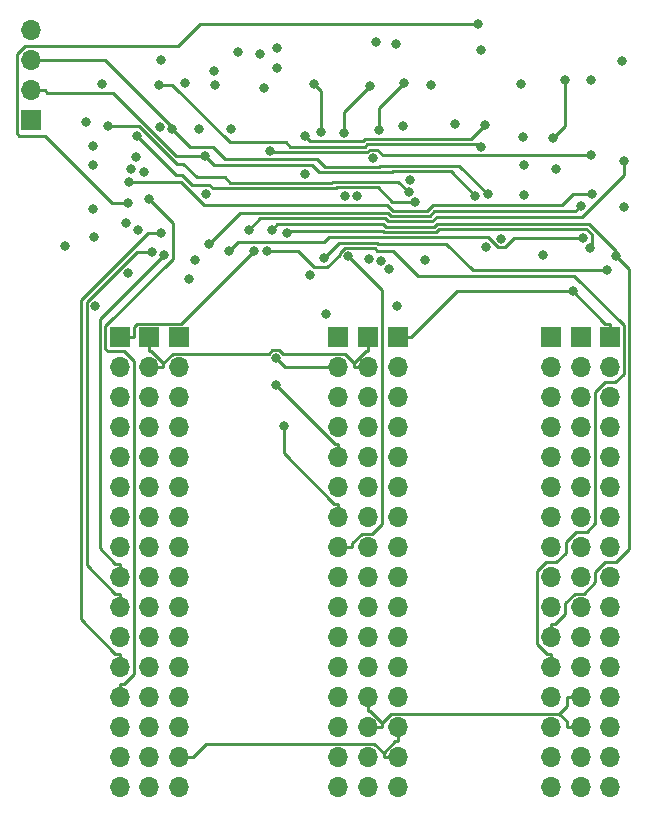
<source format=gbr>
%TF.GenerationSoftware,KiCad,Pcbnew,(6.0.2)*%
%TF.CreationDate,2023-10-23T02:54:13-04:00*%
%TF.ProjectId,USB_Splitter,5553425f-5370-46c6-9974-7465722e6b69,rev?*%
%TF.SameCoordinates,Original*%
%TF.FileFunction,Copper,L2,Inr*%
%TF.FilePolarity,Positive*%
%FSLAX46Y46*%
G04 Gerber Fmt 4.6, Leading zero omitted, Abs format (unit mm)*
G04 Created by KiCad (PCBNEW (6.0.2)) date 2023-10-23 02:54:13*
%MOMM*%
%LPD*%
G01*
G04 APERTURE LIST*
%TA.AperFunction,ComponentPad*%
%ADD10R,1.700000X1.700000*%
%TD*%
%TA.AperFunction,ComponentPad*%
%ADD11O,1.700000X1.700000*%
%TD*%
%TA.AperFunction,ViaPad*%
%ADD12C,0.800000*%
%TD*%
%TA.AperFunction,Conductor*%
%ADD13C,0.250000*%
%TD*%
G04 APERTURE END LIST*
D10*
%TO.N,PWM16*%
%TO.C,J3*%
X192025000Y-86500000D03*
D11*
%TO.N,PWM17*%
X192025000Y-89040000D03*
%TO.N,PWM18*%
X192025000Y-91580000D03*
%TO.N,PWM19*%
X192025000Y-94120000D03*
%TO.N,PWM20*%
X192025000Y-96660000D03*
%TO.N,PWM21*%
X192025000Y-99200000D03*
%TO.N,PWM22*%
X192025000Y-101740000D03*
%TO.N,PWM23*%
X192025000Y-104280000D03*
%TO.N,PWM24*%
X192025000Y-106820000D03*
%TO.N,PWM25*%
X192025000Y-109360000D03*
%TO.N,PWM26*%
X192025000Y-111900000D03*
%TO.N,PWM27*%
X192025000Y-114440000D03*
%TO.N,PWM28*%
X192025000Y-116980000D03*
%TO.N,PWM29*%
X192025000Y-119520000D03*
%TO.N,PWM30*%
X192025000Y-122060000D03*
%TO.N,PWM31*%
X192025000Y-124600000D03*
%TD*%
D10*
%TO.N,GND*%
%TO.C,J10*%
X215025000Y-86500000D03*
D11*
X215025000Y-89040000D03*
X215025000Y-91580000D03*
X215025000Y-94120000D03*
X215025000Y-96660000D03*
X215025000Y-99200000D03*
X215025000Y-101740000D03*
X215025000Y-104280000D03*
X215025000Y-106820000D03*
X215025000Y-109360000D03*
X215025000Y-111900000D03*
X215025000Y-114440000D03*
X215025000Y-116980000D03*
X215025000Y-119520000D03*
X215025000Y-122060000D03*
X215025000Y-124600000D03*
%TD*%
D10*
%TO.N,VCC*%
%TO.C,J9*%
X212525000Y-86500000D03*
D11*
X212525000Y-89040000D03*
X212525000Y-91580000D03*
X212525000Y-94120000D03*
X212525000Y-96660000D03*
X212525000Y-99200000D03*
X212525000Y-101740000D03*
X212525000Y-104280000D03*
X212525000Y-106820000D03*
X212525000Y-109360000D03*
X212525000Y-111900000D03*
X212525000Y-114440000D03*
X212525000Y-116980000D03*
X212525000Y-119520000D03*
X212525000Y-122060000D03*
X212525000Y-124600000D03*
%TD*%
D10*
%TO.N,VCC*%
%TO.C,J4*%
X194525000Y-86500000D03*
D11*
X194525000Y-89040000D03*
X194525000Y-91580000D03*
X194525000Y-94120000D03*
X194525000Y-96660000D03*
X194525000Y-99200000D03*
X194525000Y-101740000D03*
X194525000Y-104280000D03*
X194525000Y-106820000D03*
X194525000Y-109360000D03*
X194525000Y-111900000D03*
X194525000Y-114440000D03*
X194525000Y-116980000D03*
X194525000Y-119520000D03*
X194525000Y-122060000D03*
X194525000Y-124600000D03*
%TD*%
D10*
%TO.N,GND*%
%TO.C,J6*%
X178500000Y-86500000D03*
D11*
X178500000Y-89040000D03*
X178500000Y-91580000D03*
X178500000Y-94120000D03*
X178500000Y-96660000D03*
X178500000Y-99200000D03*
X178500000Y-101740000D03*
X178500000Y-104280000D03*
X178500000Y-106820000D03*
X178500000Y-109360000D03*
X178500000Y-111900000D03*
X178500000Y-114440000D03*
X178500000Y-116980000D03*
X178500000Y-119520000D03*
X178500000Y-122060000D03*
X178500000Y-124600000D03*
%TD*%
D10*
%TO.N,VCC*%
%TO.C,J5*%
X176000000Y-86500000D03*
D11*
X176000000Y-89040000D03*
X176000000Y-91580000D03*
X176000000Y-94120000D03*
X176000000Y-96660000D03*
X176000000Y-99200000D03*
X176000000Y-101740000D03*
X176000000Y-104280000D03*
X176000000Y-106820000D03*
X176000000Y-109360000D03*
X176000000Y-111900000D03*
X176000000Y-114440000D03*
X176000000Y-116980000D03*
X176000000Y-119520000D03*
X176000000Y-122060000D03*
X176000000Y-124600000D03*
%TD*%
D10*
%TO.N,GND*%
%TO.C,J1*%
X165975000Y-68120000D03*
D11*
%TO.N,SDA*%
X165975000Y-65580000D03*
%TO.N,SCL*%
X165975000Y-63040000D03*
%TO.N,VCC*%
X165975000Y-60500000D03*
%TD*%
D10*
%TO.N,GND*%
%TO.C,J7*%
X197025000Y-86500000D03*
D11*
X197025000Y-89040000D03*
X197025000Y-91580000D03*
X197025000Y-94120000D03*
X197025000Y-96660000D03*
X197025000Y-99200000D03*
X197025000Y-101740000D03*
X197025000Y-104280000D03*
X197025000Y-106820000D03*
X197025000Y-109360000D03*
X197025000Y-111900000D03*
X197025000Y-114440000D03*
X197025000Y-116980000D03*
X197025000Y-119520000D03*
X197025000Y-122060000D03*
X197025000Y-124600000D03*
%TD*%
D10*
%TO.N,PWM32*%
%TO.C,J8*%
X210025000Y-86500000D03*
D11*
%TO.N,PWM33*%
X210025000Y-89040000D03*
%TO.N,PWM34*%
X210025000Y-91580000D03*
%TO.N,PWM35*%
X210025000Y-94120000D03*
%TO.N,PWM36*%
X210025000Y-96660000D03*
%TO.N,PWM37*%
X210025000Y-99200000D03*
%TO.N,PWM38*%
X210025000Y-101740000D03*
%TO.N,PWM39*%
X210025000Y-104280000D03*
%TO.N,PWM40*%
X210025000Y-106820000D03*
%TO.N,PWM41*%
X210025000Y-109360000D03*
%TO.N,PWM42*%
X210025000Y-111900000D03*
%TO.N,PWM43*%
X210025000Y-114440000D03*
%TO.N,PWM44*%
X210025000Y-116980000D03*
%TO.N,PWM45*%
X210025000Y-119520000D03*
%TO.N,PWM46*%
X210025000Y-122060000D03*
%TO.N,PWM47*%
X210025000Y-124600000D03*
%TD*%
D10*
%TO.N,PWM0*%
%TO.C,J2*%
X173500000Y-86500000D03*
D11*
%TO.N,PWM1*%
X173500000Y-89040000D03*
%TO.N,PWM2*%
X173500000Y-91580000D03*
%TO.N,PWM3*%
X173500000Y-94120000D03*
%TO.N,PWM4*%
X173500000Y-96660000D03*
%TO.N,PWM5*%
X173500000Y-99200000D03*
%TO.N,PWM6*%
X173500000Y-101740000D03*
%TO.N,PWM7*%
X173500000Y-104280000D03*
%TO.N,PWM8*%
X173500000Y-106820000D03*
%TO.N,PWM9*%
X173500000Y-109360000D03*
%TO.N,PWM10*%
X173500000Y-111900000D03*
%TO.N,PWM11*%
X173500000Y-114440000D03*
%TO.N,PWM12*%
X173500000Y-116980000D03*
%TO.N,PWM13*%
X173500000Y-119520000D03*
%TO.N,PWM14*%
X173500000Y-122060000D03*
%TO.N,PWM15*%
X173500000Y-124600000D03*
%TD*%
D12*
%TO.N,Net-(U3-Pad27)*%
X213447500Y-71029500D03*
X186196200Y-70699600D03*
%TO.N,Net-(U3-Pad26)*%
X216181600Y-71575000D03*
X184419500Y-77379000D03*
%TO.N,A2_4*%
X216000000Y-63094200D03*
X210485100Y-72192400D03*
%TO.N,A2_3*%
X207751600Y-71925600D03*
X213448200Y-64729300D03*
%TO.N,A2_2*%
X210212200Y-69617800D03*
X211224300Y-64722300D03*
%TO.N,A2_1*%
X207612000Y-69492800D03*
X207520000Y-64998300D03*
%TO.N,A0_5*%
X176916900Y-68719900D03*
X181503100Y-63933200D03*
%TO.N,A0_4*%
X174923100Y-71239400D03*
X179071000Y-64952400D03*
%TO.N,A0_3*%
X171279700Y-71877300D03*
X176971000Y-63042200D03*
%TO.N,A0_1*%
X171277400Y-70295400D03*
X172018300Y-65016700D03*
%TO.N,A1_5*%
X198073100Y-73168000D03*
X199864100Y-65161300D03*
%TO.N,A1_4*%
X195480400Y-68971600D03*
X197585300Y-64947700D03*
%TO.N,A1_2*%
X192533900Y-69146400D03*
X194721700Y-65234100D03*
%TO.N,A1_1*%
X190519400Y-69125900D03*
X189952500Y-65051600D03*
%TO.N,PWM47*%
X213483500Y-74348400D03*
X174298000Y-73347500D03*
%TO.N,PWM46*%
X216190000Y-75426800D03*
X197017300Y-83802000D03*
%TO.N,PWM45*%
X212582000Y-75329000D03*
X181082600Y-78619500D03*
%TO.N,PWM44*%
X212739800Y-78075500D03*
X182762500Y-79155200D03*
%TO.N,PWM43*%
X185980200Y-79154700D03*
%TO.N,PWM42*%
X186368400Y-77368400D03*
X215506700Y-79584300D03*
%TO.N,PWM41*%
X213331000Y-78899200D03*
X187660800Y-77615900D03*
%TO.N,PWM40*%
X214740200Y-80812600D03*
X190792200Y-79765400D03*
%TO.N,PWM37*%
X204485900Y-78858600D03*
%TO.N,PWM36*%
X205821800Y-78130600D03*
%TO.N,PWM33*%
X207772800Y-74420500D03*
%TO.N,PWM31*%
X197958300Y-74207400D03*
X172472500Y-68600500D03*
%TO.N,PWM30*%
X198530100Y-75050500D03*
X174982900Y-69474500D03*
%TO.N,PWM29*%
X204081300Y-70334200D03*
X176845900Y-65099300D03*
%TO.N,PWM28*%
X199348500Y-79976600D03*
X180229200Y-68827300D03*
%TO.N,PWM27*%
X180802800Y-74344100D03*
%TO.N,PWM26*%
X196319100Y-80722400D03*
%TO.N,PWM25*%
X194611200Y-79817700D03*
%TO.N,PWM24*%
X195611600Y-80015000D03*
%TO.N,PWM23*%
X192870200Y-79642600D03*
%TO.N,PWM22*%
X187376400Y-93957300D03*
X193628600Y-74542500D03*
%TO.N,PWM21*%
X190952000Y-84512500D03*
X189629300Y-81179000D03*
X197500000Y-68618600D03*
%TO.N,PWM20*%
X192581200Y-74542500D03*
X186732700Y-90497400D03*
%TO.N,PWM19*%
X201890300Y-68451100D03*
%TO.N,PWM18*%
X189199800Y-69421900D03*
X204399400Y-68503000D03*
%TO.N,PWM15*%
X175566900Y-72465600D03*
%TO.N,PWM14*%
X174476300Y-72207400D03*
%TO.N,PWM13*%
X179884600Y-79973400D03*
%TO.N,PWM12*%
X176026600Y-74793400D03*
%TO.N,PWM11*%
X177012300Y-77639100D03*
X183484400Y-62289200D03*
%TO.N,PWM10*%
X179382200Y-81527900D03*
X185735400Y-65360400D03*
%TO.N,PWM9*%
X176229700Y-79229200D03*
X186864000Y-62008800D03*
%TO.N,PWM8*%
X186842100Y-63693400D03*
X177241700Y-79540000D03*
%TO.N,PWM7*%
X181550300Y-65093100D03*
X171291100Y-78009100D03*
%TO.N,PWM6*%
X182933700Y-68849900D03*
%TO.N,PWM5*%
X168914200Y-78741800D03*
X195174000Y-61454100D03*
%TO.N,PWM4*%
X174001000Y-76826300D03*
X196860000Y-61630100D03*
%TO.N,PWM3*%
X185385400Y-62459100D03*
X175066600Y-77407500D03*
%TO.N,PWM2*%
X174209600Y-75102300D03*
X203858300Y-59926700D03*
%TO.N,PWM1*%
X171213300Y-75591700D03*
X204125600Y-62153700D03*
%TO.N,PWM0*%
X174176800Y-81080400D03*
X184849700Y-79137200D03*
%TO.N,SCL*%
X204650000Y-74354700D03*
X177917300Y-68823500D03*
%TO.N,SDA*%
X180732600Y-71115600D03*
X203624000Y-74517600D03*
%TO.N,PWM17*%
X189191800Y-72673800D03*
X186732700Y-88264500D03*
%TO.N,PWM16*%
X194968300Y-71322900D03*
%TO.N,GND*%
X211874200Y-82603600D03*
X209340000Y-79529900D03*
%TO.N,VCC*%
X170655600Y-68252100D03*
X171432900Y-83841500D03*
%TD*%
D13*
%TO.N,Net-(U3-Pad27)*%
X186319500Y-70822900D02*
X186196200Y-70699600D01*
X194442600Y-70822900D02*
X186319500Y-70822900D01*
X194667900Y-70597600D02*
X194442600Y-70822900D01*
X195268800Y-70597600D02*
X194667900Y-70597600D01*
X195756600Y-71085400D02*
X195268800Y-70597600D01*
X213391600Y-71085400D02*
X195756600Y-71085400D01*
X213447500Y-71029500D02*
X213391600Y-71085400D01*
%TO.N,Net-(U3-Pad26)*%
X185376100Y-76422400D02*
X184419500Y-77379000D01*
X196001700Y-76422400D02*
X185376100Y-76422400D01*
X196255700Y-76676400D02*
X196001700Y-76422400D01*
X199932500Y-76676400D02*
X196255700Y-76676400D01*
X200338800Y-76270100D02*
X199932500Y-76676400D01*
X212666700Y-76270100D02*
X200338800Y-76270100D01*
X216181600Y-72755200D02*
X212666700Y-76270100D01*
X216181600Y-71575000D02*
X216181600Y-72755200D01*
%TO.N,A2_2*%
X211224300Y-68605700D02*
X210212200Y-69617800D01*
X211224300Y-64722300D02*
X211224300Y-68605700D01*
%TO.N,A1_4*%
X195480400Y-67052600D02*
X195480400Y-68971600D01*
X197585300Y-64947700D02*
X195480400Y-67052600D01*
%TO.N,A1_2*%
X192533900Y-67421900D02*
X192533900Y-69146400D01*
X194721700Y-65234100D02*
X192533900Y-67421900D01*
%TO.N,A1_1*%
X190519400Y-65618500D02*
X189952500Y-65051600D01*
X190519400Y-69125900D02*
X190519400Y-65618500D01*
%TO.N,PWM47*%
X178733800Y-73347500D02*
X174298000Y-73347500D01*
X180654200Y-75267900D02*
X178733800Y-73347500D01*
X196121000Y-75267900D02*
X180654200Y-75267900D01*
X196628900Y-75775800D02*
X196121000Y-75267900D01*
X199559300Y-75775800D02*
X196628900Y-75775800D01*
X200020300Y-75314800D02*
X199559300Y-75775800D01*
X210934000Y-75314800D02*
X200020300Y-75314800D01*
X211900400Y-74348400D02*
X210934000Y-75314800D01*
X213483500Y-74348400D02*
X211900400Y-74348400D01*
%TO.N,PWM45*%
X183730000Y-75972100D02*
X181082600Y-78619500D01*
X196188300Y-75972100D02*
X183730000Y-75972100D01*
X196442300Y-76226100D02*
X196188300Y-75972100D01*
X199745900Y-76226100D02*
X196442300Y-76226100D01*
X200152200Y-75819800D02*
X199745900Y-76226100D01*
X212091200Y-75819800D02*
X200152200Y-75819800D01*
X212582000Y-75329000D02*
X212091200Y-75819800D01*
%TO.N,PWM44*%
X183505800Y-78411900D02*
X182762500Y-79155200D01*
X190811400Y-78411900D02*
X183505800Y-78411900D01*
X191253600Y-77969700D02*
X190811400Y-78411900D01*
X195451800Y-77969700D02*
X191253600Y-77969700D01*
X195509400Y-78027300D02*
X195451800Y-77969700D01*
X204692800Y-78027300D02*
X195509400Y-78027300D01*
X205521400Y-78855900D02*
X204692800Y-78027300D01*
X206122300Y-78855900D02*
X205521400Y-78855900D01*
X206902700Y-78075500D02*
X206122300Y-78855900D01*
X212739800Y-78075500D02*
X206902700Y-78075500D01*
%TO.N,PWM43*%
X210025000Y-114440000D02*
X210025000Y-113264700D01*
X209657700Y-113264700D02*
X210025000Y-113264700D01*
X208831500Y-112438500D02*
X209657700Y-113264700D01*
X208831500Y-106274100D02*
X208831500Y-112438500D01*
X209555800Y-105549800D02*
X208831500Y-106274100D01*
X210480900Y-105549800D02*
X209555800Y-105549800D01*
X211275000Y-104755700D02*
X210480900Y-105549800D01*
X211275000Y-103839100D02*
X211275000Y-104755700D01*
X212178700Y-102935400D02*
X211275000Y-103839100D01*
X213076700Y-102935400D02*
X212178700Y-102935400D01*
X213775000Y-102237100D02*
X213076700Y-102935400D01*
X213775000Y-91139100D02*
X213775000Y-102237100D01*
X214604100Y-90310000D02*
X213775000Y-91139100D01*
X215449700Y-90310000D02*
X214604100Y-90310000D01*
X216200400Y-89559300D02*
X215449700Y-90310000D01*
X216200400Y-85457000D02*
X216200400Y-89559300D01*
X212008300Y-81264900D02*
X216200400Y-85457000D01*
X198732500Y-81264900D02*
X212008300Y-81264900D01*
X196610100Y-79142500D02*
X198732500Y-81264900D01*
X195312200Y-79142500D02*
X196610100Y-79142500D01*
X195087000Y-78917300D02*
X195312200Y-79142500D01*
X192546500Y-78917300D02*
X195087000Y-78917300D01*
X192115700Y-79348100D02*
X192546500Y-78917300D01*
X192115700Y-79479700D02*
X192115700Y-79348100D01*
X191094700Y-80500700D02*
X192115700Y-79479700D01*
X189977000Y-80500700D02*
X191094700Y-80500700D01*
X188631000Y-79154700D02*
X189977000Y-80500700D01*
X185980200Y-79154700D02*
X188631000Y-79154700D01*
%TO.N,PWM42*%
X210025000Y-111900000D02*
X210025000Y-110724700D01*
X216650700Y-80728300D02*
X215506700Y-79584300D01*
X216650700Y-104401400D02*
X216650700Y-80728300D01*
X215502100Y-105550000D02*
X216650700Y-104401400D01*
X214604100Y-105550000D02*
X215502100Y-105550000D01*
X213775000Y-106379100D02*
X214604100Y-105550000D01*
X213775000Y-107243100D02*
X213775000Y-106379100D01*
X212833500Y-108184600D02*
X213775000Y-107243100D01*
X212029000Y-108184600D02*
X212833500Y-108184600D01*
X211200300Y-109013300D02*
X212029000Y-108184600D01*
X211200300Y-109916800D02*
X211200300Y-109013300D01*
X210392400Y-110724700D02*
X211200300Y-109916800D01*
X210025000Y-110724700D02*
X210392400Y-110724700D01*
X186852200Y-76884600D02*
X186368400Y-77368400D01*
X195827000Y-76884600D02*
X186852200Y-76884600D01*
X196069100Y-77126700D02*
X195827000Y-76884600D01*
X200119100Y-77126700D02*
X196069100Y-77126700D01*
X200361200Y-76884600D02*
X200119100Y-77126700D01*
X213211600Y-76884600D02*
X200361200Y-76884600D01*
X215506700Y-79179700D02*
X213211600Y-76884600D01*
X215506700Y-79584300D02*
X215506700Y-79179700D01*
%TO.N,PWM41*%
X187757300Y-77519400D02*
X187660800Y-77615900D01*
X195824900Y-77519400D02*
X187757300Y-77519400D01*
X195882500Y-77577000D02*
X195824900Y-77519400D01*
X200305700Y-77577000D02*
X195882500Y-77577000D01*
X200547800Y-77334900D02*
X200305700Y-77577000D01*
X213025000Y-77334900D02*
X200547800Y-77334900D01*
X213465100Y-77775000D02*
X213025000Y-77334900D01*
X213465100Y-78765100D02*
X213465100Y-77775000D01*
X213331000Y-78899200D02*
X213465100Y-78765100D01*
%TO.N,PWM40*%
X192090700Y-78466900D02*
X190792200Y-79765400D01*
X195312100Y-78466900D02*
X192090700Y-78466900D01*
X195402000Y-78556800D02*
X195312100Y-78466900D01*
X201127700Y-78556800D02*
X195402000Y-78556800D01*
X203383500Y-80812600D02*
X201127700Y-78556800D01*
X214740200Y-80812600D02*
X203383500Y-80812600D01*
%TO.N,PWM31*%
X172472500Y-68600600D02*
X172472500Y-68600500D01*
X175134800Y-68600600D02*
X172472500Y-68600600D01*
X178332100Y-71797900D02*
X175134800Y-68600600D01*
X178875800Y-71797900D02*
X178332100Y-71797900D01*
X180026800Y-72948900D02*
X178875800Y-71797900D01*
X182420200Y-72948900D02*
X180026800Y-72948900D01*
X182870500Y-73399200D02*
X182420200Y-72948900D01*
X191444000Y-73399200D02*
X182870500Y-73399200D01*
X191500300Y-73342900D02*
X191444000Y-73399200D01*
X197093800Y-73342900D02*
X191500300Y-73342900D01*
X197958300Y-74207400D02*
X197093800Y-73342900D01*
%TO.N,PWM30*%
X178240400Y-72732000D02*
X174982900Y-69474500D01*
X178755200Y-72732000D02*
X178240400Y-72732000D01*
X179614700Y-73591500D02*
X178755200Y-72732000D01*
X181102700Y-73591500D02*
X179614700Y-73591500D01*
X181383200Y-73872000D02*
X181102700Y-73591500D01*
X191833400Y-73872000D02*
X181383200Y-73872000D01*
X191912200Y-73793200D02*
X191833400Y-73872000D01*
X195339700Y-73793200D02*
X191912200Y-73793200D01*
X196597000Y-75050500D02*
X195339700Y-73793200D01*
X198530100Y-75050500D02*
X196597000Y-75050500D01*
%TO.N,PWM29*%
X177935500Y-65099300D02*
X176845900Y-65099300D01*
X182810500Y-69974300D02*
X177935500Y-65099300D01*
X187598200Y-69974300D02*
X182810500Y-69974300D01*
X187958000Y-70334100D02*
X187598200Y-69974300D01*
X194294500Y-70334100D02*
X187958000Y-70334100D01*
X194481300Y-70147300D02*
X194294500Y-70334100D01*
X203894400Y-70147300D02*
X194481300Y-70147300D01*
X204081300Y-70334200D02*
X203894400Y-70147300D01*
%TO.N,PWM23*%
X192025000Y-104280000D02*
X193200300Y-104280000D01*
X195701800Y-82474200D02*
X192870200Y-79642600D01*
X195701800Y-102257000D02*
X195701800Y-82474200D01*
X194854100Y-103104700D02*
X195701800Y-102257000D01*
X194008200Y-103104700D02*
X194854100Y-103104700D01*
X193200300Y-103912600D02*
X194008200Y-103104700D01*
X193200300Y-104280000D02*
X193200300Y-103912600D01*
%TO.N,PWM22*%
X187376400Y-96283400D02*
X187376400Y-93957300D01*
X191657700Y-100564700D02*
X187376400Y-96283400D01*
X192025000Y-100564700D02*
X191657700Y-100564700D01*
X192025000Y-101740000D02*
X192025000Y-100564700D01*
%TO.N,PWM20*%
X191720000Y-95484700D02*
X186732700Y-90497400D01*
X192025000Y-95484700D02*
X191720000Y-95484700D01*
X192025000Y-96660000D02*
X192025000Y-95484700D01*
%TO.N,PWM18*%
X189653400Y-69875500D02*
X189199800Y-69421900D01*
X194116200Y-69875500D02*
X189653400Y-69875500D01*
X194294700Y-69697000D02*
X194116200Y-69875500D01*
X203205400Y-69697000D02*
X194294700Y-69697000D01*
X204399400Y-68503000D02*
X203205400Y-69697000D01*
%TO.N,PWM12*%
X173500000Y-116980000D02*
X173500000Y-115804700D01*
X173867300Y-115804700D02*
X173500000Y-115804700D01*
X174695000Y-114977000D02*
X173867300Y-115804700D01*
X174695000Y-88500900D02*
X174695000Y-114977000D01*
X173869800Y-87675700D02*
X174695000Y-88500900D01*
X172488600Y-87675700D02*
X173869800Y-87675700D01*
X172291300Y-87478400D02*
X172488600Y-87675700D01*
X172291300Y-85536700D02*
X172291300Y-87478400D01*
X178006300Y-79821700D02*
X172291300Y-85536700D01*
X178006300Y-76773100D02*
X178006300Y-79821700D01*
X176026600Y-74793400D02*
X178006300Y-76773100D01*
%TO.N,PWM11*%
X173500000Y-114440000D02*
X173500000Y-113264700D01*
X173132600Y-113264700D02*
X173500000Y-113264700D01*
X170205900Y-110338000D02*
X173132600Y-113264700D01*
X170205900Y-83300200D02*
X170205900Y-110338000D01*
X175867000Y-77639100D02*
X170205900Y-83300200D01*
X177012300Y-77639100D02*
X175867000Y-77639100D01*
%TO.N,PWM9*%
X174984500Y-79229200D02*
X176229700Y-79229200D01*
X170707500Y-83506200D02*
X174984500Y-79229200D01*
X170707500Y-105759500D02*
X170707500Y-83506200D01*
X173132700Y-108184700D02*
X170707500Y-105759500D01*
X173500000Y-108184700D02*
X173132700Y-108184700D01*
X173500000Y-109360000D02*
X173500000Y-108184700D01*
%TO.N,PWM8*%
X173500000Y-106820000D02*
X173500000Y-105644700D01*
X171826200Y-84955500D02*
X177241700Y-79540000D01*
X171826200Y-104338200D02*
X171826200Y-84955500D01*
X173132700Y-105644700D02*
X171826200Y-104338200D01*
X173500000Y-105644700D02*
X173132700Y-105644700D01*
%TO.N,PWM2*%
X180315200Y-59926700D02*
X203858300Y-59926700D01*
X178412800Y-61829100D02*
X180315200Y-59926700D01*
X165496800Y-61829100D02*
X178412800Y-61829100D01*
X164797300Y-62528600D02*
X165496800Y-61829100D01*
X164797300Y-69203000D02*
X164797300Y-62528600D01*
X165003900Y-69409600D02*
X164797300Y-69203000D01*
X167174100Y-69409600D02*
X165003900Y-69409600D01*
X172866800Y-75102300D02*
X167174100Y-69409600D01*
X174209600Y-75102300D02*
X172866800Y-75102300D01*
%TO.N,PWM0*%
X173500000Y-86500000D02*
X174675300Y-86500000D01*
X178662200Y-85324700D02*
X184849700Y-79137200D01*
X174969100Y-85324700D02*
X178662200Y-85324700D01*
X174675300Y-85618500D02*
X174969100Y-85324700D01*
X174675300Y-86500000D02*
X174675300Y-85618500D01*
%TO.N,SCL*%
X165975000Y-63040000D02*
X167150300Y-63040000D01*
X177917300Y-68694500D02*
X177917300Y-68823500D01*
X172262800Y-63040000D02*
X177917300Y-68694500D01*
X167150300Y-63040000D02*
X172262800Y-63040000D01*
X179461700Y-70367900D02*
X177917300Y-68823500D01*
X181377300Y-70367900D02*
X179461700Y-70367900D01*
X182434400Y-71425000D02*
X181377300Y-70367900D01*
X190242600Y-71425000D02*
X182434400Y-71425000D01*
X190865900Y-72048300D02*
X190242600Y-71425000D01*
X195495100Y-72048300D02*
X190865900Y-72048300D01*
X195581600Y-71961800D02*
X195495100Y-72048300D01*
X202257100Y-71961800D02*
X195581600Y-71961800D01*
X204650000Y-74354700D02*
X202257100Y-71961800D01*
%TO.N,SDA*%
X165975000Y-65580000D02*
X167150300Y-65580000D01*
X201518600Y-72412200D02*
X203624000Y-74517600D01*
X196657800Y-72412200D02*
X201518600Y-72412200D01*
X196571300Y-72498700D02*
X196657800Y-72412200D01*
X190361100Y-72498700D02*
X196571300Y-72498700D01*
X189744900Y-71882500D02*
X190361100Y-72498700D01*
X181499500Y-71882500D02*
X189744900Y-71882500D01*
X180732600Y-71115600D02*
X181499500Y-71882500D01*
X167359400Y-65789100D02*
X167150300Y-65580000D01*
X172960300Y-65789100D02*
X167359400Y-65789100D01*
X178286800Y-71115600D02*
X172960300Y-65789100D01*
X180732600Y-71115600D02*
X178286800Y-71115600D01*
%TO.N,PWM17*%
X187508200Y-89040000D02*
X186732700Y-88264500D01*
X192025000Y-89040000D02*
X187508200Y-89040000D01*
%TO.N,GND*%
X197025000Y-122060000D02*
X195849700Y-122060000D01*
X178500000Y-122060000D02*
X179675300Y-122060000D01*
X214595300Y-85324700D02*
X211874200Y-82603600D01*
X215025000Y-85324700D02*
X214595300Y-85324700D01*
X215025000Y-86500000D02*
X215025000Y-85324700D01*
X202096700Y-82603600D02*
X198200300Y-86500000D01*
X211874200Y-82603600D02*
X202096700Y-82603600D01*
X197025000Y-119520000D02*
X197025000Y-120695300D01*
X196847100Y-120695300D02*
X195849700Y-121692700D01*
X197025000Y-120695300D02*
X196847100Y-120695300D01*
X195849700Y-122060000D02*
X195849700Y-121692700D01*
X180850600Y-120884700D02*
X179675300Y-122060000D01*
X195041700Y-120884700D02*
X180850600Y-120884700D01*
X195849700Y-121692700D02*
X195041700Y-120884700D01*
X197025000Y-86500000D02*
X198200300Y-86500000D01*
%TO.N,VCC*%
X194525000Y-119520000D02*
X195700300Y-119520000D01*
X212525000Y-119520000D02*
X211349700Y-119520000D01*
X194525000Y-89040000D02*
X193349700Y-89040000D01*
X176000000Y-89040000D02*
X177175300Y-89040000D01*
X176000000Y-86500000D02*
X176000000Y-87675300D01*
X194525000Y-116980000D02*
X194525000Y-118155300D01*
X194702900Y-118155300D02*
X194525000Y-118155300D01*
X195700300Y-119152700D02*
X194702900Y-118155300D01*
X195700300Y-119520000D02*
X195700300Y-119152700D01*
X194525000Y-86500000D02*
X194525000Y-87675300D01*
X212525000Y-116980000D02*
X211349700Y-116980000D01*
X211349700Y-117704900D02*
X210709900Y-118344700D01*
X211349700Y-116980000D02*
X211349700Y-117704900D01*
X211349700Y-118984500D02*
X210709900Y-118344700D01*
X211349700Y-119520000D02*
X211349700Y-118984500D01*
X196508300Y-118344700D02*
X195700300Y-119152700D01*
X210709900Y-118344700D02*
X196508300Y-118344700D01*
X176178000Y-87675300D02*
X176000000Y-87675300D01*
X177175300Y-88672600D02*
X176178000Y-87675300D01*
X177175300Y-88672600D02*
X177175300Y-89040000D01*
X194347100Y-87675300D02*
X194525000Y-87675300D01*
X193349700Y-88672700D02*
X194347100Y-87675300D01*
X193349700Y-89040000D02*
X193349700Y-88672700D01*
X177983200Y-87864700D02*
X177175300Y-88672600D01*
X186106800Y-87864700D02*
X177983200Y-87864700D01*
X186432300Y-87539200D02*
X186106800Y-87864700D01*
X187033200Y-87539200D02*
X186432300Y-87539200D01*
X187358700Y-87864700D02*
X187033200Y-87539200D01*
X192541700Y-87864700D02*
X187358700Y-87864700D01*
X193349700Y-88672700D02*
X192541700Y-87864700D01*
%TD*%
M02*

</source>
